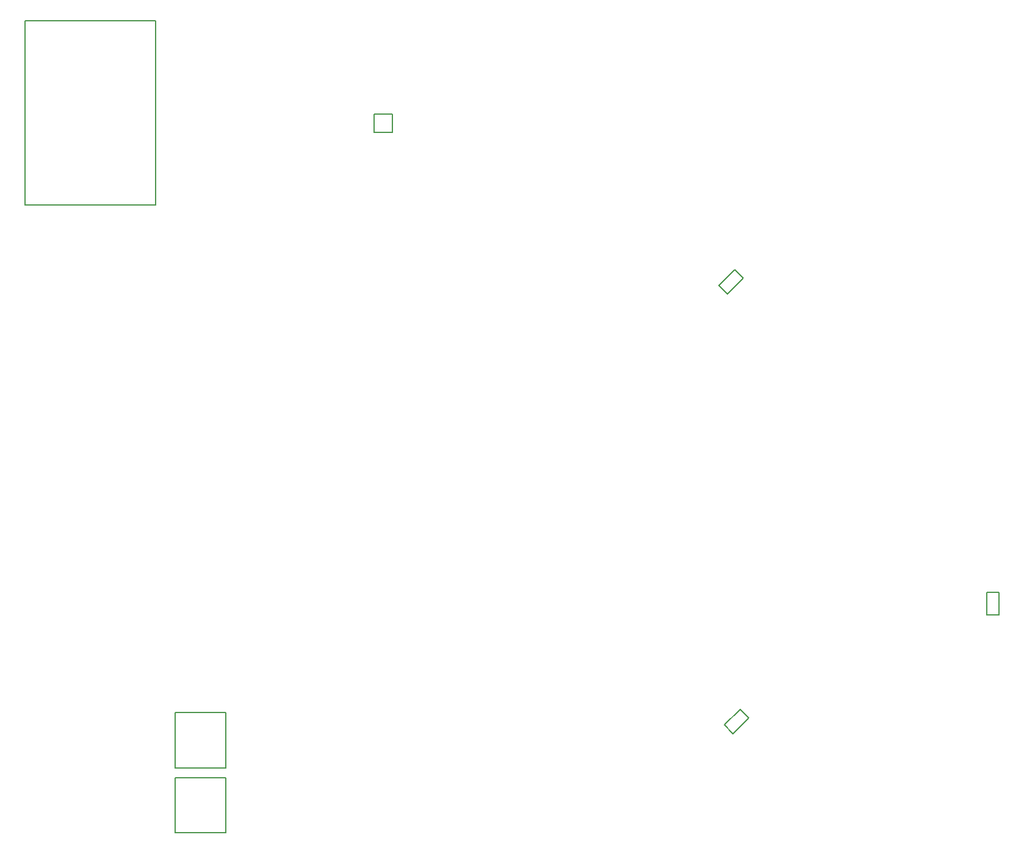
<source format=gbr>
G04*
G04 #@! TF.GenerationSoftware,Altium Limited,Altium Designer,22.4.2 (48)*
G04*
G04 Layer_Color=8388736*
%FSLAX25Y25*%
%MOIN*%
G70*
G04*
G04 #@! TF.SameCoordinates,B172E609-1CFC-4B23-86F5-1081F1DC675F*
G04*
G04*
G04 #@! TF.FilePolarity,Positive*
G04*
G01*
G75*
%ADD13C,0.00787*%
D13*
X285020Y538091D02*
X295059D01*
Y528051D02*
Y538091D01*
X285020Y528051D02*
X295059D01*
X285020D02*
Y538091D01*
X480864Y199550D02*
X489494Y208180D01*
X484761Y212913D02*
X489494Y208180D01*
X476131Y204283D02*
X484761Y212913D01*
X476131Y204283D02*
X480864Y199550D01*
X619488Y264567D02*
Y276772D01*
Y264567D02*
X626181D01*
Y276772D01*
X619488D02*
X626181D01*
X477973Y439775D02*
X486603Y448405D01*
X481870Y453138D02*
X486603Y448405D01*
X473240Y444508D02*
X481870Y453138D01*
X473240Y444508D02*
X477973Y439775D01*
X94291Y488346D02*
Y589134D01*
Y488346D02*
X165551D01*
Y589134D01*
X94291D02*
X165551D01*
X176378Y145276D02*
X203937D01*
X203937Y175591D02*
X203937Y145276D01*
X176378Y175591D02*
X203937D01*
X176378Y145276D02*
X176378Y175591D01*
X176378Y180709D02*
X203937D01*
Y211024D01*
X176378Y211024D02*
X203937Y211024D01*
X176378Y180709D02*
Y211024D01*
M02*

</source>
